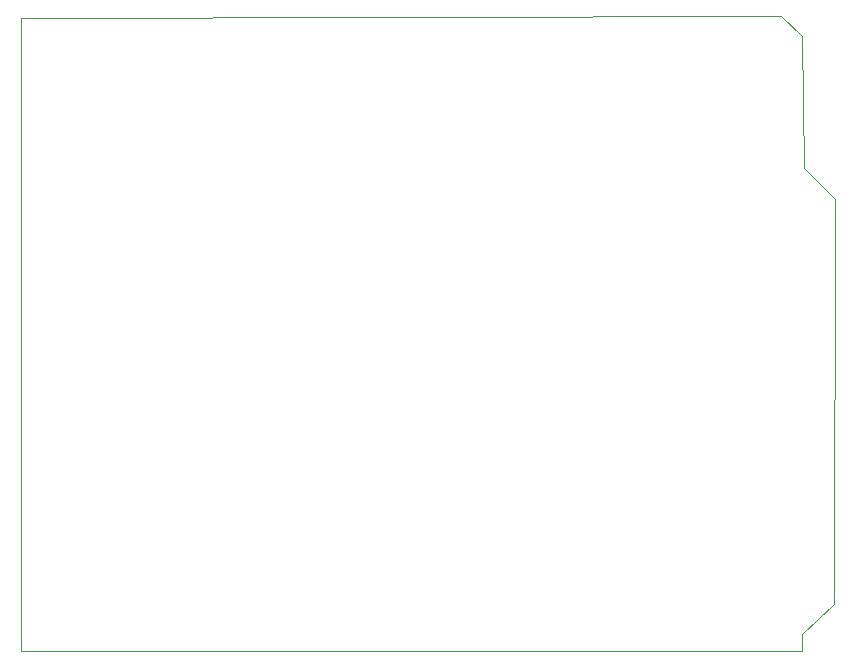
<source format=gbr>
%TF.GenerationSoftware,KiCad,Pcbnew,(5.1.5)-3*%
%TF.CreationDate,2020-05-16T12:13:26+02:00*%
%TF.ProjectId,30_PCB,33305f50-4342-42e6-9b69-6361645f7063,V1.1*%
%TF.SameCoordinates,Original*%
%TF.FileFunction,Profile,NP*%
%FSLAX46Y46*%
G04 Gerber Fmt 4.6, Leading zero omitted, Abs format (unit mm)*
G04 Created by KiCad (PCBNEW (5.1.5)-3) date 2020-05-16 12:13:26*
%MOMM*%
%LPD*%
G04 APERTURE LIST*
%ADD10C,0.050000*%
G04 APERTURE END LIST*
D10*
X68326000Y-57912000D02*
X132715000Y-57785000D01*
X68326000Y-111506000D02*
X68326000Y-57912000D01*
X134493000Y-111506000D02*
X68326000Y-111506000D01*
X134493000Y-110109000D02*
X134493000Y-111506000D01*
X137160000Y-107569000D02*
X134493000Y-110109000D01*
X137287000Y-73279000D02*
X137160000Y-107569000D01*
X134620000Y-70612000D02*
X137287000Y-73279000D01*
X134493000Y-59436000D02*
X134620000Y-70612000D01*
X132715000Y-57785000D02*
X134493000Y-59436000D01*
M02*

</source>
